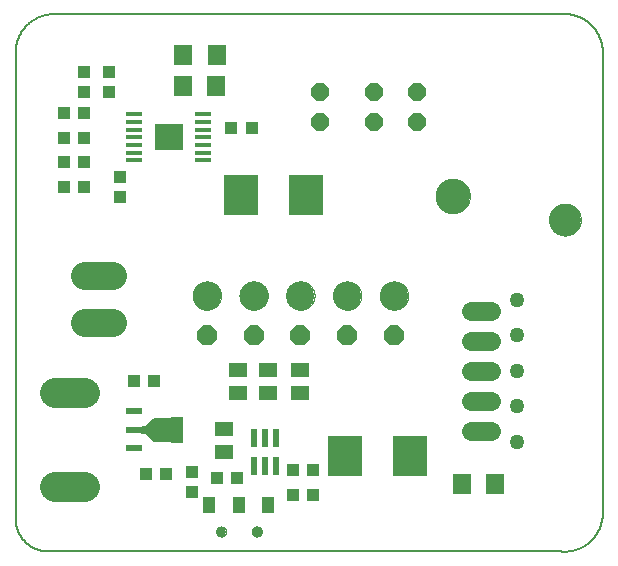
<source format=gts>
G75*
%MOIN*%
%OFA0B0*%
%FSLAX25Y25*%
%IPPOS*%
%LPD*%
%AMOC8*
5,1,8,0,0,1.08239X$1,22.5*
%
%ADD10C,0.00600*%
%ADD11C,0.00000*%
%ADD12C,0.11417*%
%ADD13C,0.10630*%
%ADD14OC8,0.06600*%
%ADD15C,0.09449*%
%ADD16R,0.03937X0.04331*%
%ADD17R,0.05906X0.05118*%
%ADD18R,0.06299X0.07087*%
%ADD19R,0.04331X0.03937*%
%ADD20R,0.05753X0.01381*%
%ADD21R,0.09685X0.09094*%
%ADD22C,0.05000*%
%ADD23R,0.11811X0.13780*%
%ADD24OC8,0.06000*%
%ADD25C,0.10000*%
%ADD26C,0.09449*%
%ADD27R,0.05500X0.01900*%
%ADD28R,0.05500X0.02200*%
%ADD29R,0.04200X0.08600*%
%ADD30R,0.02200X0.06200*%
%ADD31C,0.06496*%
%ADD32R,0.03937X0.05512*%
%ADD33C,0.03346*%
D10*
X0024241Y0016761D02*
X0195894Y0016761D01*
X0209674Y0028572D02*
X0209674Y0184083D01*
X0209646Y0184397D01*
X0209610Y0184710D01*
X0209567Y0185022D01*
X0209516Y0185333D01*
X0209457Y0185642D01*
X0209391Y0185950D01*
X0209318Y0186256D01*
X0209236Y0186561D01*
X0209148Y0186863D01*
X0209052Y0187163D01*
X0208948Y0187460D01*
X0208838Y0187755D01*
X0208720Y0188047D01*
X0208595Y0188336D01*
X0208463Y0188622D01*
X0208324Y0188905D01*
X0208178Y0189184D01*
X0208025Y0189459D01*
X0207865Y0189731D01*
X0207699Y0189999D01*
X0207527Y0190262D01*
X0207348Y0190521D01*
X0207163Y0190776D01*
X0206971Y0191026D01*
X0206773Y0191271D01*
X0206570Y0191512D01*
X0206361Y0191747D01*
X0206145Y0191977D01*
X0205925Y0192202D01*
X0205699Y0192421D01*
X0205467Y0192635D01*
X0205231Y0192843D01*
X0204989Y0193045D01*
X0204742Y0193241D01*
X0204491Y0193431D01*
X0204235Y0193614D01*
X0203975Y0193792D01*
X0203711Y0193963D01*
X0203442Y0194127D01*
X0203169Y0194285D01*
X0202893Y0194436D01*
X0202613Y0194580D01*
X0202329Y0194717D01*
X0202043Y0194847D01*
X0201753Y0194971D01*
X0201460Y0195087D01*
X0201164Y0195195D01*
X0200866Y0195297D01*
X0200566Y0195391D01*
X0200263Y0195478D01*
X0199958Y0195557D01*
X0199651Y0195629D01*
X0199343Y0195693D01*
X0199033Y0195750D01*
X0198722Y0195799D01*
X0198410Y0195840D01*
X0198097Y0195874D01*
X0197783Y0195900D01*
X0197468Y0195918D01*
X0197154Y0195929D01*
X0196839Y0195932D01*
X0196524Y0195927D01*
X0196209Y0195915D01*
X0195895Y0195894D01*
X0195894Y0195894D02*
X0027784Y0195894D01*
X0027475Y0195914D01*
X0027165Y0195927D01*
X0026855Y0195932D01*
X0026545Y0195929D01*
X0026235Y0195920D01*
X0025925Y0195902D01*
X0025616Y0195877D01*
X0025308Y0195845D01*
X0025000Y0195805D01*
X0024694Y0195758D01*
X0024388Y0195703D01*
X0024084Y0195641D01*
X0023782Y0195572D01*
X0023482Y0195496D01*
X0023183Y0195412D01*
X0022887Y0195321D01*
X0022592Y0195223D01*
X0022301Y0195117D01*
X0022012Y0195005D01*
X0021725Y0194886D01*
X0021442Y0194760D01*
X0021162Y0194627D01*
X0020885Y0194487D01*
X0020611Y0194341D01*
X0020342Y0194188D01*
X0020075Y0194029D01*
X0019813Y0193863D01*
X0019555Y0193691D01*
X0019301Y0193513D01*
X0019052Y0193329D01*
X0018807Y0193139D01*
X0018567Y0192943D01*
X0018331Y0192741D01*
X0018101Y0192533D01*
X0017875Y0192321D01*
X0017655Y0192102D01*
X0017440Y0191879D01*
X0017231Y0191650D01*
X0017027Y0191416D01*
X0016829Y0191178D01*
X0016637Y0190934D01*
X0016450Y0190686D01*
X0016270Y0190434D01*
X0016096Y0190177D01*
X0015928Y0189917D01*
X0015766Y0189652D01*
X0015611Y0189383D01*
X0015463Y0189111D01*
X0015321Y0188836D01*
X0015185Y0188557D01*
X0015057Y0188274D01*
X0014935Y0187989D01*
X0014820Y0187701D01*
X0014713Y0187410D01*
X0014612Y0187117D01*
X0014519Y0186821D01*
X0014432Y0186523D01*
X0014353Y0186223D01*
X0014281Y0185922D01*
X0014217Y0185618D01*
X0014160Y0185314D01*
X0014110Y0185007D01*
X0014067Y0184700D01*
X0014032Y0184392D01*
X0014005Y0184083D01*
X0014005Y0028572D01*
X0014004Y0028571D02*
X0013988Y0028305D01*
X0013979Y0028038D01*
X0013976Y0027771D01*
X0013980Y0027504D01*
X0013990Y0027237D01*
X0014006Y0026970D01*
X0014029Y0026704D01*
X0014058Y0026439D01*
X0014094Y0026174D01*
X0014136Y0025910D01*
X0014184Y0025648D01*
X0014239Y0025386D01*
X0014300Y0025126D01*
X0014368Y0024868D01*
X0014441Y0024611D01*
X0014521Y0024356D01*
X0014607Y0024103D01*
X0014699Y0023853D01*
X0014797Y0023604D01*
X0014901Y0023358D01*
X0015011Y0023115D01*
X0015127Y0022874D01*
X0015248Y0022636D01*
X0015375Y0022401D01*
X0015508Y0022170D01*
X0015647Y0021941D01*
X0015791Y0021716D01*
X0015940Y0021495D01*
X0016094Y0021277D01*
X0016254Y0021063D01*
X0016419Y0020853D01*
X0016589Y0020647D01*
X0016764Y0020445D01*
X0016944Y0020248D01*
X0017128Y0020055D01*
X0017317Y0019866D01*
X0017511Y0019682D01*
X0017709Y0019503D01*
X0017911Y0019328D01*
X0018118Y0019159D01*
X0018328Y0018994D01*
X0018542Y0018835D01*
X0018761Y0018681D01*
X0018982Y0018532D01*
X0019208Y0018389D01*
X0019436Y0018251D01*
X0019668Y0018119D01*
X0019904Y0017992D01*
X0020142Y0017871D01*
X0020383Y0017756D01*
X0020626Y0017646D01*
X0020873Y0017543D01*
X0021121Y0017446D01*
X0021372Y0017354D01*
X0021625Y0017269D01*
X0021880Y0017190D01*
X0022137Y0017117D01*
X0022396Y0017050D01*
X0022656Y0016990D01*
X0022918Y0016935D01*
X0023180Y0016888D01*
X0023444Y0016846D01*
X0023709Y0016811D01*
X0023974Y0016782D01*
X0024241Y0016760D01*
X0060049Y0053712D02*
X0057549Y0056212D01*
X0056149Y0056212D01*
X0056149Y0058412D01*
X0057549Y0058412D01*
X0060049Y0060912D01*
X0068949Y0060912D01*
X0068949Y0053712D01*
X0060049Y0053712D01*
X0059483Y0054278D02*
X0068949Y0054278D01*
X0068949Y0054876D02*
X0058884Y0054876D01*
X0058286Y0055475D02*
X0068949Y0055475D01*
X0068949Y0056073D02*
X0057687Y0056073D01*
X0056149Y0056672D02*
X0068949Y0056672D01*
X0068949Y0057271D02*
X0056149Y0057271D01*
X0056149Y0057869D02*
X0068949Y0057869D01*
X0068949Y0058468D02*
X0057605Y0058468D01*
X0058203Y0059066D02*
X0068949Y0059066D01*
X0068949Y0059665D02*
X0058802Y0059665D01*
X0059400Y0060263D02*
X0068949Y0060263D01*
X0068949Y0060862D02*
X0059999Y0060862D01*
X0195895Y0016761D02*
X0196204Y0016741D01*
X0196514Y0016728D01*
X0196824Y0016723D01*
X0197134Y0016726D01*
X0197444Y0016735D01*
X0197754Y0016753D01*
X0198063Y0016778D01*
X0198371Y0016810D01*
X0198679Y0016850D01*
X0198985Y0016897D01*
X0199291Y0016952D01*
X0199595Y0017014D01*
X0199897Y0017083D01*
X0200197Y0017159D01*
X0200496Y0017243D01*
X0200792Y0017334D01*
X0201087Y0017432D01*
X0201378Y0017538D01*
X0201667Y0017650D01*
X0201954Y0017769D01*
X0202237Y0017895D01*
X0202517Y0018028D01*
X0202794Y0018168D01*
X0203068Y0018314D01*
X0203337Y0018467D01*
X0203604Y0018626D01*
X0203866Y0018792D01*
X0204124Y0018964D01*
X0204378Y0019142D01*
X0204627Y0019326D01*
X0204872Y0019516D01*
X0205112Y0019712D01*
X0205348Y0019914D01*
X0205578Y0020122D01*
X0205804Y0020334D01*
X0206024Y0020553D01*
X0206239Y0020776D01*
X0206448Y0021005D01*
X0206652Y0021239D01*
X0206850Y0021477D01*
X0207042Y0021721D01*
X0207229Y0021969D01*
X0207409Y0022221D01*
X0207583Y0022478D01*
X0207751Y0022738D01*
X0207913Y0023003D01*
X0208068Y0023272D01*
X0208216Y0023544D01*
X0208358Y0023819D01*
X0208494Y0024098D01*
X0208622Y0024381D01*
X0208744Y0024666D01*
X0208859Y0024954D01*
X0208966Y0025245D01*
X0209067Y0025538D01*
X0209160Y0025834D01*
X0209247Y0026132D01*
X0209326Y0026432D01*
X0209398Y0026733D01*
X0209462Y0027037D01*
X0209519Y0027341D01*
X0209569Y0027648D01*
X0209612Y0027955D01*
X0209647Y0028263D01*
X0209674Y0028572D01*
D11*
X0135363Y0102056D02*
X0135365Y0102193D01*
X0135371Y0102331D01*
X0135381Y0102468D01*
X0135395Y0102604D01*
X0135413Y0102741D01*
X0135435Y0102876D01*
X0135461Y0103011D01*
X0135490Y0103145D01*
X0135524Y0103279D01*
X0135561Y0103411D01*
X0135603Y0103542D01*
X0135648Y0103672D01*
X0135697Y0103800D01*
X0135749Y0103927D01*
X0135806Y0104052D01*
X0135865Y0104176D01*
X0135929Y0104298D01*
X0135996Y0104418D01*
X0136066Y0104536D01*
X0136140Y0104652D01*
X0136217Y0104766D01*
X0136298Y0104877D01*
X0136381Y0104986D01*
X0136468Y0105093D01*
X0136558Y0105196D01*
X0136651Y0105298D01*
X0136747Y0105396D01*
X0136845Y0105492D01*
X0136947Y0105585D01*
X0137050Y0105675D01*
X0137157Y0105762D01*
X0137266Y0105845D01*
X0137377Y0105926D01*
X0137491Y0106003D01*
X0137607Y0106077D01*
X0137725Y0106147D01*
X0137845Y0106214D01*
X0137967Y0106278D01*
X0138091Y0106337D01*
X0138216Y0106394D01*
X0138343Y0106446D01*
X0138471Y0106495D01*
X0138601Y0106540D01*
X0138732Y0106582D01*
X0138864Y0106619D01*
X0138998Y0106653D01*
X0139132Y0106682D01*
X0139267Y0106708D01*
X0139402Y0106730D01*
X0139539Y0106748D01*
X0139675Y0106762D01*
X0139812Y0106772D01*
X0139950Y0106778D01*
X0140087Y0106780D01*
X0140224Y0106778D01*
X0140362Y0106772D01*
X0140499Y0106762D01*
X0140635Y0106748D01*
X0140772Y0106730D01*
X0140907Y0106708D01*
X0141042Y0106682D01*
X0141176Y0106653D01*
X0141310Y0106619D01*
X0141442Y0106582D01*
X0141573Y0106540D01*
X0141703Y0106495D01*
X0141831Y0106446D01*
X0141958Y0106394D01*
X0142083Y0106337D01*
X0142207Y0106278D01*
X0142329Y0106214D01*
X0142449Y0106147D01*
X0142567Y0106077D01*
X0142683Y0106003D01*
X0142797Y0105926D01*
X0142908Y0105845D01*
X0143017Y0105762D01*
X0143124Y0105675D01*
X0143227Y0105585D01*
X0143329Y0105492D01*
X0143427Y0105396D01*
X0143523Y0105298D01*
X0143616Y0105196D01*
X0143706Y0105093D01*
X0143793Y0104986D01*
X0143876Y0104877D01*
X0143957Y0104766D01*
X0144034Y0104652D01*
X0144108Y0104536D01*
X0144178Y0104418D01*
X0144245Y0104298D01*
X0144309Y0104176D01*
X0144368Y0104052D01*
X0144425Y0103927D01*
X0144477Y0103800D01*
X0144526Y0103672D01*
X0144571Y0103542D01*
X0144613Y0103411D01*
X0144650Y0103279D01*
X0144684Y0103145D01*
X0144713Y0103011D01*
X0144739Y0102876D01*
X0144761Y0102741D01*
X0144779Y0102604D01*
X0144793Y0102468D01*
X0144803Y0102331D01*
X0144809Y0102193D01*
X0144811Y0102056D01*
X0144809Y0101919D01*
X0144803Y0101781D01*
X0144793Y0101644D01*
X0144779Y0101508D01*
X0144761Y0101371D01*
X0144739Y0101236D01*
X0144713Y0101101D01*
X0144684Y0100967D01*
X0144650Y0100833D01*
X0144613Y0100701D01*
X0144571Y0100570D01*
X0144526Y0100440D01*
X0144477Y0100312D01*
X0144425Y0100185D01*
X0144368Y0100060D01*
X0144309Y0099936D01*
X0144245Y0099814D01*
X0144178Y0099694D01*
X0144108Y0099576D01*
X0144034Y0099460D01*
X0143957Y0099346D01*
X0143876Y0099235D01*
X0143793Y0099126D01*
X0143706Y0099019D01*
X0143616Y0098916D01*
X0143523Y0098814D01*
X0143427Y0098716D01*
X0143329Y0098620D01*
X0143227Y0098527D01*
X0143124Y0098437D01*
X0143017Y0098350D01*
X0142908Y0098267D01*
X0142797Y0098186D01*
X0142683Y0098109D01*
X0142567Y0098035D01*
X0142449Y0097965D01*
X0142329Y0097898D01*
X0142207Y0097834D01*
X0142083Y0097775D01*
X0141958Y0097718D01*
X0141831Y0097666D01*
X0141703Y0097617D01*
X0141573Y0097572D01*
X0141442Y0097530D01*
X0141310Y0097493D01*
X0141176Y0097459D01*
X0141042Y0097430D01*
X0140907Y0097404D01*
X0140772Y0097382D01*
X0140635Y0097364D01*
X0140499Y0097350D01*
X0140362Y0097340D01*
X0140224Y0097334D01*
X0140087Y0097332D01*
X0139950Y0097334D01*
X0139812Y0097340D01*
X0139675Y0097350D01*
X0139539Y0097364D01*
X0139402Y0097382D01*
X0139267Y0097404D01*
X0139132Y0097430D01*
X0138998Y0097459D01*
X0138864Y0097493D01*
X0138732Y0097530D01*
X0138601Y0097572D01*
X0138471Y0097617D01*
X0138343Y0097666D01*
X0138216Y0097718D01*
X0138091Y0097775D01*
X0137967Y0097834D01*
X0137845Y0097898D01*
X0137725Y0097965D01*
X0137607Y0098035D01*
X0137491Y0098109D01*
X0137377Y0098186D01*
X0137266Y0098267D01*
X0137157Y0098350D01*
X0137050Y0098437D01*
X0136947Y0098527D01*
X0136845Y0098620D01*
X0136747Y0098716D01*
X0136651Y0098814D01*
X0136558Y0098916D01*
X0136468Y0099019D01*
X0136381Y0099126D01*
X0136298Y0099235D01*
X0136217Y0099346D01*
X0136140Y0099460D01*
X0136066Y0099576D01*
X0135996Y0099694D01*
X0135929Y0099814D01*
X0135865Y0099936D01*
X0135806Y0100060D01*
X0135749Y0100185D01*
X0135697Y0100312D01*
X0135648Y0100440D01*
X0135603Y0100570D01*
X0135561Y0100701D01*
X0135524Y0100833D01*
X0135490Y0100967D01*
X0135461Y0101101D01*
X0135435Y0101236D01*
X0135413Y0101371D01*
X0135395Y0101508D01*
X0135381Y0101644D01*
X0135371Y0101781D01*
X0135365Y0101919D01*
X0135363Y0102056D01*
X0119773Y0102056D02*
X0119775Y0102193D01*
X0119781Y0102331D01*
X0119791Y0102468D01*
X0119805Y0102604D01*
X0119823Y0102741D01*
X0119845Y0102876D01*
X0119871Y0103011D01*
X0119900Y0103145D01*
X0119934Y0103279D01*
X0119971Y0103411D01*
X0120013Y0103542D01*
X0120058Y0103672D01*
X0120107Y0103800D01*
X0120159Y0103927D01*
X0120216Y0104052D01*
X0120275Y0104176D01*
X0120339Y0104298D01*
X0120406Y0104418D01*
X0120476Y0104536D01*
X0120550Y0104652D01*
X0120627Y0104766D01*
X0120708Y0104877D01*
X0120791Y0104986D01*
X0120878Y0105093D01*
X0120968Y0105196D01*
X0121061Y0105298D01*
X0121157Y0105396D01*
X0121255Y0105492D01*
X0121357Y0105585D01*
X0121460Y0105675D01*
X0121567Y0105762D01*
X0121676Y0105845D01*
X0121787Y0105926D01*
X0121901Y0106003D01*
X0122017Y0106077D01*
X0122135Y0106147D01*
X0122255Y0106214D01*
X0122377Y0106278D01*
X0122501Y0106337D01*
X0122626Y0106394D01*
X0122753Y0106446D01*
X0122881Y0106495D01*
X0123011Y0106540D01*
X0123142Y0106582D01*
X0123274Y0106619D01*
X0123408Y0106653D01*
X0123542Y0106682D01*
X0123677Y0106708D01*
X0123812Y0106730D01*
X0123949Y0106748D01*
X0124085Y0106762D01*
X0124222Y0106772D01*
X0124360Y0106778D01*
X0124497Y0106780D01*
X0124634Y0106778D01*
X0124772Y0106772D01*
X0124909Y0106762D01*
X0125045Y0106748D01*
X0125182Y0106730D01*
X0125317Y0106708D01*
X0125452Y0106682D01*
X0125586Y0106653D01*
X0125720Y0106619D01*
X0125852Y0106582D01*
X0125983Y0106540D01*
X0126113Y0106495D01*
X0126241Y0106446D01*
X0126368Y0106394D01*
X0126493Y0106337D01*
X0126617Y0106278D01*
X0126739Y0106214D01*
X0126859Y0106147D01*
X0126977Y0106077D01*
X0127093Y0106003D01*
X0127207Y0105926D01*
X0127318Y0105845D01*
X0127427Y0105762D01*
X0127534Y0105675D01*
X0127637Y0105585D01*
X0127739Y0105492D01*
X0127837Y0105396D01*
X0127933Y0105298D01*
X0128026Y0105196D01*
X0128116Y0105093D01*
X0128203Y0104986D01*
X0128286Y0104877D01*
X0128367Y0104766D01*
X0128444Y0104652D01*
X0128518Y0104536D01*
X0128588Y0104418D01*
X0128655Y0104298D01*
X0128719Y0104176D01*
X0128778Y0104052D01*
X0128835Y0103927D01*
X0128887Y0103800D01*
X0128936Y0103672D01*
X0128981Y0103542D01*
X0129023Y0103411D01*
X0129060Y0103279D01*
X0129094Y0103145D01*
X0129123Y0103011D01*
X0129149Y0102876D01*
X0129171Y0102741D01*
X0129189Y0102604D01*
X0129203Y0102468D01*
X0129213Y0102331D01*
X0129219Y0102193D01*
X0129221Y0102056D01*
X0129219Y0101919D01*
X0129213Y0101781D01*
X0129203Y0101644D01*
X0129189Y0101508D01*
X0129171Y0101371D01*
X0129149Y0101236D01*
X0129123Y0101101D01*
X0129094Y0100967D01*
X0129060Y0100833D01*
X0129023Y0100701D01*
X0128981Y0100570D01*
X0128936Y0100440D01*
X0128887Y0100312D01*
X0128835Y0100185D01*
X0128778Y0100060D01*
X0128719Y0099936D01*
X0128655Y0099814D01*
X0128588Y0099694D01*
X0128518Y0099576D01*
X0128444Y0099460D01*
X0128367Y0099346D01*
X0128286Y0099235D01*
X0128203Y0099126D01*
X0128116Y0099019D01*
X0128026Y0098916D01*
X0127933Y0098814D01*
X0127837Y0098716D01*
X0127739Y0098620D01*
X0127637Y0098527D01*
X0127534Y0098437D01*
X0127427Y0098350D01*
X0127318Y0098267D01*
X0127207Y0098186D01*
X0127093Y0098109D01*
X0126977Y0098035D01*
X0126859Y0097965D01*
X0126739Y0097898D01*
X0126617Y0097834D01*
X0126493Y0097775D01*
X0126368Y0097718D01*
X0126241Y0097666D01*
X0126113Y0097617D01*
X0125983Y0097572D01*
X0125852Y0097530D01*
X0125720Y0097493D01*
X0125586Y0097459D01*
X0125452Y0097430D01*
X0125317Y0097404D01*
X0125182Y0097382D01*
X0125045Y0097364D01*
X0124909Y0097350D01*
X0124772Y0097340D01*
X0124634Y0097334D01*
X0124497Y0097332D01*
X0124360Y0097334D01*
X0124222Y0097340D01*
X0124085Y0097350D01*
X0123949Y0097364D01*
X0123812Y0097382D01*
X0123677Y0097404D01*
X0123542Y0097430D01*
X0123408Y0097459D01*
X0123274Y0097493D01*
X0123142Y0097530D01*
X0123011Y0097572D01*
X0122881Y0097617D01*
X0122753Y0097666D01*
X0122626Y0097718D01*
X0122501Y0097775D01*
X0122377Y0097834D01*
X0122255Y0097898D01*
X0122135Y0097965D01*
X0122017Y0098035D01*
X0121901Y0098109D01*
X0121787Y0098186D01*
X0121676Y0098267D01*
X0121567Y0098350D01*
X0121460Y0098437D01*
X0121357Y0098527D01*
X0121255Y0098620D01*
X0121157Y0098716D01*
X0121061Y0098814D01*
X0120968Y0098916D01*
X0120878Y0099019D01*
X0120791Y0099126D01*
X0120708Y0099235D01*
X0120627Y0099346D01*
X0120550Y0099460D01*
X0120476Y0099576D01*
X0120406Y0099694D01*
X0120339Y0099814D01*
X0120275Y0099936D01*
X0120216Y0100060D01*
X0120159Y0100185D01*
X0120107Y0100312D01*
X0120058Y0100440D01*
X0120013Y0100570D01*
X0119971Y0100701D01*
X0119934Y0100833D01*
X0119900Y0100967D01*
X0119871Y0101101D01*
X0119845Y0101236D01*
X0119823Y0101371D01*
X0119805Y0101508D01*
X0119791Y0101644D01*
X0119781Y0101781D01*
X0119775Y0101919D01*
X0119773Y0102056D01*
X0104182Y0102056D02*
X0104184Y0102193D01*
X0104190Y0102331D01*
X0104200Y0102468D01*
X0104214Y0102604D01*
X0104232Y0102741D01*
X0104254Y0102876D01*
X0104280Y0103011D01*
X0104309Y0103145D01*
X0104343Y0103279D01*
X0104380Y0103411D01*
X0104422Y0103542D01*
X0104467Y0103672D01*
X0104516Y0103800D01*
X0104568Y0103927D01*
X0104625Y0104052D01*
X0104684Y0104176D01*
X0104748Y0104298D01*
X0104815Y0104418D01*
X0104885Y0104536D01*
X0104959Y0104652D01*
X0105036Y0104766D01*
X0105117Y0104877D01*
X0105200Y0104986D01*
X0105287Y0105093D01*
X0105377Y0105196D01*
X0105470Y0105298D01*
X0105566Y0105396D01*
X0105664Y0105492D01*
X0105766Y0105585D01*
X0105869Y0105675D01*
X0105976Y0105762D01*
X0106085Y0105845D01*
X0106196Y0105926D01*
X0106310Y0106003D01*
X0106426Y0106077D01*
X0106544Y0106147D01*
X0106664Y0106214D01*
X0106786Y0106278D01*
X0106910Y0106337D01*
X0107035Y0106394D01*
X0107162Y0106446D01*
X0107290Y0106495D01*
X0107420Y0106540D01*
X0107551Y0106582D01*
X0107683Y0106619D01*
X0107817Y0106653D01*
X0107951Y0106682D01*
X0108086Y0106708D01*
X0108221Y0106730D01*
X0108358Y0106748D01*
X0108494Y0106762D01*
X0108631Y0106772D01*
X0108769Y0106778D01*
X0108906Y0106780D01*
X0109043Y0106778D01*
X0109181Y0106772D01*
X0109318Y0106762D01*
X0109454Y0106748D01*
X0109591Y0106730D01*
X0109726Y0106708D01*
X0109861Y0106682D01*
X0109995Y0106653D01*
X0110129Y0106619D01*
X0110261Y0106582D01*
X0110392Y0106540D01*
X0110522Y0106495D01*
X0110650Y0106446D01*
X0110777Y0106394D01*
X0110902Y0106337D01*
X0111026Y0106278D01*
X0111148Y0106214D01*
X0111268Y0106147D01*
X0111386Y0106077D01*
X0111502Y0106003D01*
X0111616Y0105926D01*
X0111727Y0105845D01*
X0111836Y0105762D01*
X0111943Y0105675D01*
X0112046Y0105585D01*
X0112148Y0105492D01*
X0112246Y0105396D01*
X0112342Y0105298D01*
X0112435Y0105196D01*
X0112525Y0105093D01*
X0112612Y0104986D01*
X0112695Y0104877D01*
X0112776Y0104766D01*
X0112853Y0104652D01*
X0112927Y0104536D01*
X0112997Y0104418D01*
X0113064Y0104298D01*
X0113128Y0104176D01*
X0113187Y0104052D01*
X0113244Y0103927D01*
X0113296Y0103800D01*
X0113345Y0103672D01*
X0113390Y0103542D01*
X0113432Y0103411D01*
X0113469Y0103279D01*
X0113503Y0103145D01*
X0113532Y0103011D01*
X0113558Y0102876D01*
X0113580Y0102741D01*
X0113598Y0102604D01*
X0113612Y0102468D01*
X0113622Y0102331D01*
X0113628Y0102193D01*
X0113630Y0102056D01*
X0113628Y0101919D01*
X0113622Y0101781D01*
X0113612Y0101644D01*
X0113598Y0101508D01*
X0113580Y0101371D01*
X0113558Y0101236D01*
X0113532Y0101101D01*
X0113503Y0100967D01*
X0113469Y0100833D01*
X0113432Y0100701D01*
X0113390Y0100570D01*
X0113345Y0100440D01*
X0113296Y0100312D01*
X0113244Y0100185D01*
X0113187Y0100060D01*
X0113128Y0099936D01*
X0113064Y0099814D01*
X0112997Y0099694D01*
X0112927Y0099576D01*
X0112853Y0099460D01*
X0112776Y0099346D01*
X0112695Y0099235D01*
X0112612Y0099126D01*
X0112525Y0099019D01*
X0112435Y0098916D01*
X0112342Y0098814D01*
X0112246Y0098716D01*
X0112148Y0098620D01*
X0112046Y0098527D01*
X0111943Y0098437D01*
X0111836Y0098350D01*
X0111727Y0098267D01*
X0111616Y0098186D01*
X0111502Y0098109D01*
X0111386Y0098035D01*
X0111268Y0097965D01*
X0111148Y0097898D01*
X0111026Y0097834D01*
X0110902Y0097775D01*
X0110777Y0097718D01*
X0110650Y0097666D01*
X0110522Y0097617D01*
X0110392Y0097572D01*
X0110261Y0097530D01*
X0110129Y0097493D01*
X0109995Y0097459D01*
X0109861Y0097430D01*
X0109726Y0097404D01*
X0109591Y0097382D01*
X0109454Y0097364D01*
X0109318Y0097350D01*
X0109181Y0097340D01*
X0109043Y0097334D01*
X0108906Y0097332D01*
X0108769Y0097334D01*
X0108631Y0097340D01*
X0108494Y0097350D01*
X0108358Y0097364D01*
X0108221Y0097382D01*
X0108086Y0097404D01*
X0107951Y0097430D01*
X0107817Y0097459D01*
X0107683Y0097493D01*
X0107551Y0097530D01*
X0107420Y0097572D01*
X0107290Y0097617D01*
X0107162Y0097666D01*
X0107035Y0097718D01*
X0106910Y0097775D01*
X0106786Y0097834D01*
X0106664Y0097898D01*
X0106544Y0097965D01*
X0106426Y0098035D01*
X0106310Y0098109D01*
X0106196Y0098186D01*
X0106085Y0098267D01*
X0105976Y0098350D01*
X0105869Y0098437D01*
X0105766Y0098527D01*
X0105664Y0098620D01*
X0105566Y0098716D01*
X0105470Y0098814D01*
X0105377Y0098916D01*
X0105287Y0099019D01*
X0105200Y0099126D01*
X0105117Y0099235D01*
X0105036Y0099346D01*
X0104959Y0099460D01*
X0104885Y0099576D01*
X0104815Y0099694D01*
X0104748Y0099814D01*
X0104684Y0099936D01*
X0104625Y0100060D01*
X0104568Y0100185D01*
X0104516Y0100312D01*
X0104467Y0100440D01*
X0104422Y0100570D01*
X0104380Y0100701D01*
X0104343Y0100833D01*
X0104309Y0100967D01*
X0104280Y0101101D01*
X0104254Y0101236D01*
X0104232Y0101371D01*
X0104214Y0101508D01*
X0104200Y0101644D01*
X0104190Y0101781D01*
X0104184Y0101919D01*
X0104182Y0102056D01*
X0088592Y0102056D02*
X0088594Y0102193D01*
X0088600Y0102331D01*
X0088610Y0102468D01*
X0088624Y0102604D01*
X0088642Y0102741D01*
X0088664Y0102876D01*
X0088690Y0103011D01*
X0088719Y0103145D01*
X0088753Y0103279D01*
X0088790Y0103411D01*
X0088832Y0103542D01*
X0088877Y0103672D01*
X0088926Y0103800D01*
X0088978Y0103927D01*
X0089035Y0104052D01*
X0089094Y0104176D01*
X0089158Y0104298D01*
X0089225Y0104418D01*
X0089295Y0104536D01*
X0089369Y0104652D01*
X0089446Y0104766D01*
X0089527Y0104877D01*
X0089610Y0104986D01*
X0089697Y0105093D01*
X0089787Y0105196D01*
X0089880Y0105298D01*
X0089976Y0105396D01*
X0090074Y0105492D01*
X0090176Y0105585D01*
X0090279Y0105675D01*
X0090386Y0105762D01*
X0090495Y0105845D01*
X0090606Y0105926D01*
X0090720Y0106003D01*
X0090836Y0106077D01*
X0090954Y0106147D01*
X0091074Y0106214D01*
X0091196Y0106278D01*
X0091320Y0106337D01*
X0091445Y0106394D01*
X0091572Y0106446D01*
X0091700Y0106495D01*
X0091830Y0106540D01*
X0091961Y0106582D01*
X0092093Y0106619D01*
X0092227Y0106653D01*
X0092361Y0106682D01*
X0092496Y0106708D01*
X0092631Y0106730D01*
X0092768Y0106748D01*
X0092904Y0106762D01*
X0093041Y0106772D01*
X0093179Y0106778D01*
X0093316Y0106780D01*
X0093453Y0106778D01*
X0093591Y0106772D01*
X0093728Y0106762D01*
X0093864Y0106748D01*
X0094001Y0106730D01*
X0094136Y0106708D01*
X0094271Y0106682D01*
X0094405Y0106653D01*
X0094539Y0106619D01*
X0094671Y0106582D01*
X0094802Y0106540D01*
X0094932Y0106495D01*
X0095060Y0106446D01*
X0095187Y0106394D01*
X0095312Y0106337D01*
X0095436Y0106278D01*
X0095558Y0106214D01*
X0095678Y0106147D01*
X0095796Y0106077D01*
X0095912Y0106003D01*
X0096026Y0105926D01*
X0096137Y0105845D01*
X0096246Y0105762D01*
X0096353Y0105675D01*
X0096456Y0105585D01*
X0096558Y0105492D01*
X0096656Y0105396D01*
X0096752Y0105298D01*
X0096845Y0105196D01*
X0096935Y0105093D01*
X0097022Y0104986D01*
X0097105Y0104877D01*
X0097186Y0104766D01*
X0097263Y0104652D01*
X0097337Y0104536D01*
X0097407Y0104418D01*
X0097474Y0104298D01*
X0097538Y0104176D01*
X0097597Y0104052D01*
X0097654Y0103927D01*
X0097706Y0103800D01*
X0097755Y0103672D01*
X0097800Y0103542D01*
X0097842Y0103411D01*
X0097879Y0103279D01*
X0097913Y0103145D01*
X0097942Y0103011D01*
X0097968Y0102876D01*
X0097990Y0102741D01*
X0098008Y0102604D01*
X0098022Y0102468D01*
X0098032Y0102331D01*
X0098038Y0102193D01*
X0098040Y0102056D01*
X0098038Y0101919D01*
X0098032Y0101781D01*
X0098022Y0101644D01*
X0098008Y0101508D01*
X0097990Y0101371D01*
X0097968Y0101236D01*
X0097942Y0101101D01*
X0097913Y0100967D01*
X0097879Y0100833D01*
X0097842Y0100701D01*
X0097800Y0100570D01*
X0097755Y0100440D01*
X0097706Y0100312D01*
X0097654Y0100185D01*
X0097597Y0100060D01*
X0097538Y0099936D01*
X0097474Y0099814D01*
X0097407Y0099694D01*
X0097337Y0099576D01*
X0097263Y0099460D01*
X0097186Y0099346D01*
X0097105Y0099235D01*
X0097022Y0099126D01*
X0096935Y0099019D01*
X0096845Y0098916D01*
X0096752Y0098814D01*
X0096656Y0098716D01*
X0096558Y0098620D01*
X0096456Y0098527D01*
X0096353Y0098437D01*
X0096246Y0098350D01*
X0096137Y0098267D01*
X0096026Y0098186D01*
X0095912Y0098109D01*
X0095796Y0098035D01*
X0095678Y0097965D01*
X0095558Y0097898D01*
X0095436Y0097834D01*
X0095312Y0097775D01*
X0095187Y0097718D01*
X0095060Y0097666D01*
X0094932Y0097617D01*
X0094802Y0097572D01*
X0094671Y0097530D01*
X0094539Y0097493D01*
X0094405Y0097459D01*
X0094271Y0097430D01*
X0094136Y0097404D01*
X0094001Y0097382D01*
X0093864Y0097364D01*
X0093728Y0097350D01*
X0093591Y0097340D01*
X0093453Y0097334D01*
X0093316Y0097332D01*
X0093179Y0097334D01*
X0093041Y0097340D01*
X0092904Y0097350D01*
X0092768Y0097364D01*
X0092631Y0097382D01*
X0092496Y0097404D01*
X0092361Y0097430D01*
X0092227Y0097459D01*
X0092093Y0097493D01*
X0091961Y0097530D01*
X0091830Y0097572D01*
X0091700Y0097617D01*
X0091572Y0097666D01*
X0091445Y0097718D01*
X0091320Y0097775D01*
X0091196Y0097834D01*
X0091074Y0097898D01*
X0090954Y0097965D01*
X0090836Y0098035D01*
X0090720Y0098109D01*
X0090606Y0098186D01*
X0090495Y0098267D01*
X0090386Y0098350D01*
X0090279Y0098437D01*
X0090176Y0098527D01*
X0090074Y0098620D01*
X0089976Y0098716D01*
X0089880Y0098814D01*
X0089787Y0098916D01*
X0089697Y0099019D01*
X0089610Y0099126D01*
X0089527Y0099235D01*
X0089446Y0099346D01*
X0089369Y0099460D01*
X0089295Y0099576D01*
X0089225Y0099694D01*
X0089158Y0099814D01*
X0089094Y0099936D01*
X0089035Y0100060D01*
X0088978Y0100185D01*
X0088926Y0100312D01*
X0088877Y0100440D01*
X0088832Y0100570D01*
X0088790Y0100701D01*
X0088753Y0100833D01*
X0088719Y0100967D01*
X0088690Y0101101D01*
X0088664Y0101236D01*
X0088642Y0101371D01*
X0088624Y0101508D01*
X0088610Y0101644D01*
X0088600Y0101781D01*
X0088594Y0101919D01*
X0088592Y0102056D01*
X0073001Y0102056D02*
X0073003Y0102193D01*
X0073009Y0102331D01*
X0073019Y0102468D01*
X0073033Y0102604D01*
X0073051Y0102741D01*
X0073073Y0102876D01*
X0073099Y0103011D01*
X0073128Y0103145D01*
X0073162Y0103279D01*
X0073199Y0103411D01*
X0073241Y0103542D01*
X0073286Y0103672D01*
X0073335Y0103800D01*
X0073387Y0103927D01*
X0073444Y0104052D01*
X0073503Y0104176D01*
X0073567Y0104298D01*
X0073634Y0104418D01*
X0073704Y0104536D01*
X0073778Y0104652D01*
X0073855Y0104766D01*
X0073936Y0104877D01*
X0074019Y0104986D01*
X0074106Y0105093D01*
X0074196Y0105196D01*
X0074289Y0105298D01*
X0074385Y0105396D01*
X0074483Y0105492D01*
X0074585Y0105585D01*
X0074688Y0105675D01*
X0074795Y0105762D01*
X0074904Y0105845D01*
X0075015Y0105926D01*
X0075129Y0106003D01*
X0075245Y0106077D01*
X0075363Y0106147D01*
X0075483Y0106214D01*
X0075605Y0106278D01*
X0075729Y0106337D01*
X0075854Y0106394D01*
X0075981Y0106446D01*
X0076109Y0106495D01*
X0076239Y0106540D01*
X0076370Y0106582D01*
X0076502Y0106619D01*
X0076636Y0106653D01*
X0076770Y0106682D01*
X0076905Y0106708D01*
X0077040Y0106730D01*
X0077177Y0106748D01*
X0077313Y0106762D01*
X0077450Y0106772D01*
X0077588Y0106778D01*
X0077725Y0106780D01*
X0077862Y0106778D01*
X0078000Y0106772D01*
X0078137Y0106762D01*
X0078273Y0106748D01*
X0078410Y0106730D01*
X0078545Y0106708D01*
X0078680Y0106682D01*
X0078814Y0106653D01*
X0078948Y0106619D01*
X0079080Y0106582D01*
X0079211Y0106540D01*
X0079341Y0106495D01*
X0079469Y0106446D01*
X0079596Y0106394D01*
X0079721Y0106337D01*
X0079845Y0106278D01*
X0079967Y0106214D01*
X0080087Y0106147D01*
X0080205Y0106077D01*
X0080321Y0106003D01*
X0080435Y0105926D01*
X0080546Y0105845D01*
X0080655Y0105762D01*
X0080762Y0105675D01*
X0080865Y0105585D01*
X0080967Y0105492D01*
X0081065Y0105396D01*
X0081161Y0105298D01*
X0081254Y0105196D01*
X0081344Y0105093D01*
X0081431Y0104986D01*
X0081514Y0104877D01*
X0081595Y0104766D01*
X0081672Y0104652D01*
X0081746Y0104536D01*
X0081816Y0104418D01*
X0081883Y0104298D01*
X0081947Y0104176D01*
X0082006Y0104052D01*
X0082063Y0103927D01*
X0082115Y0103800D01*
X0082164Y0103672D01*
X0082209Y0103542D01*
X0082251Y0103411D01*
X0082288Y0103279D01*
X0082322Y0103145D01*
X0082351Y0103011D01*
X0082377Y0102876D01*
X0082399Y0102741D01*
X0082417Y0102604D01*
X0082431Y0102468D01*
X0082441Y0102331D01*
X0082447Y0102193D01*
X0082449Y0102056D01*
X0082447Y0101919D01*
X0082441Y0101781D01*
X0082431Y0101644D01*
X0082417Y0101508D01*
X0082399Y0101371D01*
X0082377Y0101236D01*
X0082351Y0101101D01*
X0082322Y0100967D01*
X0082288Y0100833D01*
X0082251Y0100701D01*
X0082209Y0100570D01*
X0082164Y0100440D01*
X0082115Y0100312D01*
X0082063Y0100185D01*
X0082006Y0100060D01*
X0081947Y0099936D01*
X0081883Y0099814D01*
X0081816Y0099694D01*
X0081746Y0099576D01*
X0081672Y0099460D01*
X0081595Y0099346D01*
X0081514Y0099235D01*
X0081431Y0099126D01*
X0081344Y0099019D01*
X0081254Y0098916D01*
X0081161Y0098814D01*
X0081065Y0098716D01*
X0080967Y0098620D01*
X0080865Y0098527D01*
X0080762Y0098437D01*
X0080655Y0098350D01*
X0080546Y0098267D01*
X0080435Y0098186D01*
X0080321Y0098109D01*
X0080205Y0098035D01*
X0080087Y0097965D01*
X0079967Y0097898D01*
X0079845Y0097834D01*
X0079721Y0097775D01*
X0079596Y0097718D01*
X0079469Y0097666D01*
X0079341Y0097617D01*
X0079211Y0097572D01*
X0079080Y0097530D01*
X0078948Y0097493D01*
X0078814Y0097459D01*
X0078680Y0097430D01*
X0078545Y0097404D01*
X0078410Y0097382D01*
X0078273Y0097364D01*
X0078137Y0097350D01*
X0078000Y0097340D01*
X0077862Y0097334D01*
X0077725Y0097332D01*
X0077588Y0097334D01*
X0077450Y0097340D01*
X0077313Y0097350D01*
X0077177Y0097364D01*
X0077040Y0097382D01*
X0076905Y0097404D01*
X0076770Y0097430D01*
X0076636Y0097459D01*
X0076502Y0097493D01*
X0076370Y0097530D01*
X0076239Y0097572D01*
X0076109Y0097617D01*
X0075981Y0097666D01*
X0075854Y0097718D01*
X0075729Y0097775D01*
X0075605Y0097834D01*
X0075483Y0097898D01*
X0075363Y0097965D01*
X0075245Y0098035D01*
X0075129Y0098109D01*
X0075015Y0098186D01*
X0074904Y0098267D01*
X0074795Y0098350D01*
X0074688Y0098437D01*
X0074585Y0098527D01*
X0074483Y0098620D01*
X0074385Y0098716D01*
X0074289Y0098814D01*
X0074196Y0098916D01*
X0074106Y0099019D01*
X0074019Y0099126D01*
X0073936Y0099235D01*
X0073855Y0099346D01*
X0073778Y0099460D01*
X0073704Y0099576D01*
X0073634Y0099694D01*
X0073567Y0099814D01*
X0073503Y0099936D01*
X0073444Y0100060D01*
X0073387Y0100185D01*
X0073335Y0100312D01*
X0073286Y0100440D01*
X0073241Y0100570D01*
X0073199Y0100701D01*
X0073162Y0100833D01*
X0073128Y0100967D01*
X0073099Y0101101D01*
X0073073Y0101236D01*
X0073051Y0101371D01*
X0073033Y0101508D01*
X0073019Y0101644D01*
X0073009Y0101781D01*
X0073003Y0101919D01*
X0073001Y0102056D01*
X0080836Y0023422D02*
X0080838Y0023503D01*
X0080844Y0023585D01*
X0080854Y0023666D01*
X0080868Y0023746D01*
X0080885Y0023825D01*
X0080907Y0023904D01*
X0080932Y0023981D01*
X0080961Y0024058D01*
X0080994Y0024132D01*
X0081031Y0024205D01*
X0081070Y0024276D01*
X0081114Y0024345D01*
X0081160Y0024412D01*
X0081210Y0024476D01*
X0081263Y0024538D01*
X0081319Y0024598D01*
X0081377Y0024654D01*
X0081439Y0024708D01*
X0081503Y0024759D01*
X0081569Y0024806D01*
X0081637Y0024850D01*
X0081708Y0024891D01*
X0081780Y0024928D01*
X0081855Y0024962D01*
X0081930Y0024992D01*
X0082008Y0025018D01*
X0082086Y0025041D01*
X0082165Y0025059D01*
X0082245Y0025074D01*
X0082326Y0025085D01*
X0082407Y0025092D01*
X0082489Y0025095D01*
X0082570Y0025094D01*
X0082651Y0025089D01*
X0082732Y0025080D01*
X0082813Y0025067D01*
X0082893Y0025050D01*
X0082971Y0025030D01*
X0083049Y0025005D01*
X0083126Y0024977D01*
X0083201Y0024945D01*
X0083274Y0024910D01*
X0083345Y0024871D01*
X0083415Y0024828D01*
X0083482Y0024783D01*
X0083548Y0024734D01*
X0083610Y0024682D01*
X0083670Y0024626D01*
X0083727Y0024568D01*
X0083782Y0024508D01*
X0083833Y0024444D01*
X0083881Y0024379D01*
X0083926Y0024311D01*
X0083968Y0024241D01*
X0084006Y0024169D01*
X0084041Y0024095D01*
X0084072Y0024020D01*
X0084099Y0023943D01*
X0084122Y0023865D01*
X0084142Y0023786D01*
X0084158Y0023706D01*
X0084170Y0023625D01*
X0084178Y0023544D01*
X0084182Y0023463D01*
X0084182Y0023381D01*
X0084178Y0023300D01*
X0084170Y0023219D01*
X0084158Y0023138D01*
X0084142Y0023058D01*
X0084122Y0022979D01*
X0084099Y0022901D01*
X0084072Y0022824D01*
X0084041Y0022749D01*
X0084006Y0022675D01*
X0083968Y0022603D01*
X0083926Y0022533D01*
X0083881Y0022465D01*
X0083833Y0022400D01*
X0083782Y0022336D01*
X0083727Y0022276D01*
X0083670Y0022218D01*
X0083610Y0022162D01*
X0083548Y0022110D01*
X0083482Y0022061D01*
X0083415Y0022016D01*
X0083346Y0021973D01*
X0083274Y0021934D01*
X0083201Y0021899D01*
X0083126Y0021867D01*
X0083049Y0021839D01*
X0082971Y0021814D01*
X0082893Y0021794D01*
X0082813Y0021777D01*
X0082732Y0021764D01*
X0082651Y0021755D01*
X0082570Y0021750D01*
X0082489Y0021749D01*
X0082407Y0021752D01*
X0082326Y0021759D01*
X0082245Y0021770D01*
X0082165Y0021785D01*
X0082086Y0021803D01*
X0082008Y0021826D01*
X0081930Y0021852D01*
X0081855Y0021882D01*
X0081780Y0021916D01*
X0081708Y0021953D01*
X0081637Y0021994D01*
X0081569Y0022038D01*
X0081503Y0022085D01*
X0081439Y0022136D01*
X0081377Y0022190D01*
X0081319Y0022246D01*
X0081263Y0022306D01*
X0081210Y0022368D01*
X0081160Y0022432D01*
X0081114Y0022499D01*
X0081070Y0022568D01*
X0081031Y0022639D01*
X0080994Y0022712D01*
X0080961Y0022786D01*
X0080932Y0022863D01*
X0080907Y0022940D01*
X0080885Y0023019D01*
X0080868Y0023098D01*
X0080854Y0023178D01*
X0080844Y0023259D01*
X0080838Y0023341D01*
X0080836Y0023422D01*
X0092647Y0023422D02*
X0092649Y0023503D01*
X0092655Y0023585D01*
X0092665Y0023666D01*
X0092679Y0023746D01*
X0092696Y0023825D01*
X0092718Y0023904D01*
X0092743Y0023981D01*
X0092772Y0024058D01*
X0092805Y0024132D01*
X0092842Y0024205D01*
X0092881Y0024276D01*
X0092925Y0024345D01*
X0092971Y0024412D01*
X0093021Y0024476D01*
X0093074Y0024538D01*
X0093130Y0024598D01*
X0093188Y0024654D01*
X0093250Y0024708D01*
X0093314Y0024759D01*
X0093380Y0024806D01*
X0093448Y0024850D01*
X0093519Y0024891D01*
X0093591Y0024928D01*
X0093666Y0024962D01*
X0093741Y0024992D01*
X0093819Y0025018D01*
X0093897Y0025041D01*
X0093976Y0025059D01*
X0094056Y0025074D01*
X0094137Y0025085D01*
X0094218Y0025092D01*
X0094300Y0025095D01*
X0094381Y0025094D01*
X0094462Y0025089D01*
X0094543Y0025080D01*
X0094624Y0025067D01*
X0094704Y0025050D01*
X0094782Y0025030D01*
X0094860Y0025005D01*
X0094937Y0024977D01*
X0095012Y0024945D01*
X0095085Y0024910D01*
X0095156Y0024871D01*
X0095226Y0024828D01*
X0095293Y0024783D01*
X0095359Y0024734D01*
X0095421Y0024682D01*
X0095481Y0024626D01*
X0095538Y0024568D01*
X0095593Y0024508D01*
X0095644Y0024444D01*
X0095692Y0024379D01*
X0095737Y0024311D01*
X0095779Y0024241D01*
X0095817Y0024169D01*
X0095852Y0024095D01*
X0095883Y0024020D01*
X0095910Y0023943D01*
X0095933Y0023865D01*
X0095953Y0023786D01*
X0095969Y0023706D01*
X0095981Y0023625D01*
X0095989Y0023544D01*
X0095993Y0023463D01*
X0095993Y0023381D01*
X0095989Y0023300D01*
X0095981Y0023219D01*
X0095969Y0023138D01*
X0095953Y0023058D01*
X0095933Y0022979D01*
X0095910Y0022901D01*
X0095883Y0022824D01*
X0095852Y0022749D01*
X0095817Y0022675D01*
X0095779Y0022603D01*
X0095737Y0022533D01*
X0095692Y0022465D01*
X0095644Y0022400D01*
X0095593Y0022336D01*
X0095538Y0022276D01*
X0095481Y0022218D01*
X0095421Y0022162D01*
X0095359Y0022110D01*
X0095293Y0022061D01*
X0095226Y0022016D01*
X0095157Y0021973D01*
X0095085Y0021934D01*
X0095012Y0021899D01*
X0094937Y0021867D01*
X0094860Y0021839D01*
X0094782Y0021814D01*
X0094704Y0021794D01*
X0094624Y0021777D01*
X0094543Y0021764D01*
X0094462Y0021755D01*
X0094381Y0021750D01*
X0094300Y0021749D01*
X0094218Y0021752D01*
X0094137Y0021759D01*
X0094056Y0021770D01*
X0093976Y0021785D01*
X0093897Y0021803D01*
X0093819Y0021826D01*
X0093741Y0021852D01*
X0093666Y0021882D01*
X0093591Y0021916D01*
X0093519Y0021953D01*
X0093448Y0021994D01*
X0093380Y0022038D01*
X0093314Y0022085D01*
X0093250Y0022136D01*
X0093188Y0022190D01*
X0093130Y0022246D01*
X0093074Y0022306D01*
X0093021Y0022368D01*
X0092971Y0022432D01*
X0092925Y0022499D01*
X0092881Y0022568D01*
X0092842Y0022639D01*
X0092805Y0022712D01*
X0092772Y0022786D01*
X0092743Y0022863D01*
X0092718Y0022940D01*
X0092696Y0023019D01*
X0092679Y0023098D01*
X0092665Y0023178D01*
X0092655Y0023259D01*
X0092649Y0023341D01*
X0092647Y0023422D01*
X0191761Y0127391D02*
X0191763Y0127536D01*
X0191769Y0127681D01*
X0191779Y0127826D01*
X0191793Y0127971D01*
X0191811Y0128115D01*
X0191832Y0128258D01*
X0191858Y0128401D01*
X0191887Y0128543D01*
X0191921Y0128685D01*
X0191958Y0128825D01*
X0191999Y0128964D01*
X0192044Y0129102D01*
X0192093Y0129239D01*
X0192145Y0129375D01*
X0192201Y0129509D01*
X0192261Y0129641D01*
X0192324Y0129772D01*
X0192391Y0129900D01*
X0192461Y0130028D01*
X0192535Y0130153D01*
X0192612Y0130276D01*
X0192692Y0130396D01*
X0192776Y0130515D01*
X0192863Y0130631D01*
X0192953Y0130745D01*
X0193046Y0130857D01*
X0193142Y0130965D01*
X0193242Y0131071D01*
X0193343Y0131175D01*
X0193448Y0131275D01*
X0193556Y0131373D01*
X0193666Y0131468D01*
X0193778Y0131559D01*
X0193893Y0131648D01*
X0194011Y0131733D01*
X0194131Y0131815D01*
X0194253Y0131894D01*
X0194377Y0131970D01*
X0194503Y0132042D01*
X0194631Y0132110D01*
X0194761Y0132175D01*
X0194892Y0132237D01*
X0195025Y0132294D01*
X0195160Y0132349D01*
X0195296Y0132399D01*
X0195434Y0132446D01*
X0195572Y0132489D01*
X0195712Y0132528D01*
X0195853Y0132563D01*
X0195995Y0132595D01*
X0196137Y0132622D01*
X0196280Y0132646D01*
X0196424Y0132666D01*
X0196569Y0132682D01*
X0196713Y0132694D01*
X0196858Y0132702D01*
X0197003Y0132706D01*
X0197149Y0132706D01*
X0197294Y0132702D01*
X0197439Y0132694D01*
X0197583Y0132682D01*
X0197728Y0132666D01*
X0197872Y0132646D01*
X0198015Y0132622D01*
X0198157Y0132595D01*
X0198299Y0132563D01*
X0198440Y0132528D01*
X0198580Y0132489D01*
X0198718Y0132446D01*
X0198856Y0132399D01*
X0198992Y0132349D01*
X0199127Y0132294D01*
X0199260Y0132237D01*
X0199391Y0132175D01*
X0199521Y0132110D01*
X0199649Y0132042D01*
X0199775Y0131970D01*
X0199899Y0131894D01*
X0200021Y0131815D01*
X0200141Y0131733D01*
X0200259Y0131648D01*
X0200374Y0131559D01*
X0200486Y0131468D01*
X0200596Y0131373D01*
X0200704Y0131275D01*
X0200809Y0131175D01*
X0200910Y0131071D01*
X0201010Y0130965D01*
X0201106Y0130857D01*
X0201199Y0130745D01*
X0201289Y0130631D01*
X0201376Y0130515D01*
X0201460Y0130396D01*
X0201540Y0130276D01*
X0201617Y0130153D01*
X0201691Y0130028D01*
X0201761Y0129900D01*
X0201828Y0129772D01*
X0201891Y0129641D01*
X0201951Y0129509D01*
X0202007Y0129375D01*
X0202059Y0129239D01*
X0202108Y0129102D01*
X0202153Y0128964D01*
X0202194Y0128825D01*
X0202231Y0128685D01*
X0202265Y0128543D01*
X0202294Y0128401D01*
X0202320Y0128258D01*
X0202341Y0128115D01*
X0202359Y0127971D01*
X0202373Y0127826D01*
X0202383Y0127681D01*
X0202389Y0127536D01*
X0202391Y0127391D01*
X0202389Y0127246D01*
X0202383Y0127101D01*
X0202373Y0126956D01*
X0202359Y0126811D01*
X0202341Y0126667D01*
X0202320Y0126524D01*
X0202294Y0126381D01*
X0202265Y0126239D01*
X0202231Y0126097D01*
X0202194Y0125957D01*
X0202153Y0125818D01*
X0202108Y0125680D01*
X0202059Y0125543D01*
X0202007Y0125407D01*
X0201951Y0125273D01*
X0201891Y0125141D01*
X0201828Y0125010D01*
X0201761Y0124882D01*
X0201691Y0124754D01*
X0201617Y0124629D01*
X0201540Y0124506D01*
X0201460Y0124386D01*
X0201376Y0124267D01*
X0201289Y0124151D01*
X0201199Y0124037D01*
X0201106Y0123925D01*
X0201010Y0123817D01*
X0200910Y0123711D01*
X0200809Y0123607D01*
X0200704Y0123507D01*
X0200596Y0123409D01*
X0200486Y0123314D01*
X0200374Y0123223D01*
X0200259Y0123134D01*
X0200141Y0123049D01*
X0200021Y0122967D01*
X0199899Y0122888D01*
X0199775Y0122812D01*
X0199649Y0122740D01*
X0199521Y0122672D01*
X0199391Y0122607D01*
X0199260Y0122545D01*
X0199127Y0122488D01*
X0198992Y0122433D01*
X0198856Y0122383D01*
X0198718Y0122336D01*
X0198580Y0122293D01*
X0198440Y0122254D01*
X0198299Y0122219D01*
X0198157Y0122187D01*
X0198015Y0122160D01*
X0197872Y0122136D01*
X0197728Y0122116D01*
X0197583Y0122100D01*
X0197439Y0122088D01*
X0197294Y0122080D01*
X0197149Y0122076D01*
X0197003Y0122076D01*
X0196858Y0122080D01*
X0196713Y0122088D01*
X0196569Y0122100D01*
X0196424Y0122116D01*
X0196280Y0122136D01*
X0196137Y0122160D01*
X0195995Y0122187D01*
X0195853Y0122219D01*
X0195712Y0122254D01*
X0195572Y0122293D01*
X0195434Y0122336D01*
X0195296Y0122383D01*
X0195160Y0122433D01*
X0195025Y0122488D01*
X0194892Y0122545D01*
X0194761Y0122607D01*
X0194631Y0122672D01*
X0194503Y0122740D01*
X0194377Y0122812D01*
X0194253Y0122888D01*
X0194131Y0122967D01*
X0194011Y0123049D01*
X0193893Y0123134D01*
X0193778Y0123223D01*
X0193666Y0123314D01*
X0193556Y0123409D01*
X0193448Y0123507D01*
X0193343Y0123607D01*
X0193242Y0123711D01*
X0193142Y0123817D01*
X0193046Y0123925D01*
X0192953Y0124037D01*
X0192863Y0124151D01*
X0192776Y0124267D01*
X0192692Y0124386D01*
X0192612Y0124506D01*
X0192535Y0124629D01*
X0192461Y0124754D01*
X0192391Y0124882D01*
X0192324Y0125010D01*
X0192261Y0125141D01*
X0192201Y0125273D01*
X0192145Y0125407D01*
X0192093Y0125543D01*
X0192044Y0125680D01*
X0191999Y0125818D01*
X0191958Y0125957D01*
X0191921Y0126097D01*
X0191887Y0126239D01*
X0191858Y0126381D01*
X0191832Y0126524D01*
X0191811Y0126667D01*
X0191793Y0126811D01*
X0191779Y0126956D01*
X0191769Y0127101D01*
X0191763Y0127246D01*
X0191761Y0127391D01*
X0153965Y0135265D02*
X0153967Y0135416D01*
X0153973Y0135566D01*
X0153983Y0135717D01*
X0153997Y0135867D01*
X0154015Y0136016D01*
X0154036Y0136166D01*
X0154062Y0136314D01*
X0154092Y0136462D01*
X0154125Y0136609D01*
X0154163Y0136755D01*
X0154204Y0136900D01*
X0154249Y0137044D01*
X0154298Y0137186D01*
X0154351Y0137327D01*
X0154407Y0137467D01*
X0154467Y0137605D01*
X0154530Y0137742D01*
X0154598Y0137877D01*
X0154668Y0138010D01*
X0154742Y0138141D01*
X0154820Y0138270D01*
X0154901Y0138397D01*
X0154985Y0138522D01*
X0155073Y0138645D01*
X0155164Y0138765D01*
X0155258Y0138883D01*
X0155355Y0138998D01*
X0155455Y0139111D01*
X0155558Y0139221D01*
X0155664Y0139328D01*
X0155773Y0139433D01*
X0155884Y0139534D01*
X0155998Y0139633D01*
X0156114Y0139728D01*
X0156234Y0139821D01*
X0156355Y0139910D01*
X0156479Y0139996D01*
X0156605Y0140079D01*
X0156733Y0140158D01*
X0156863Y0140234D01*
X0156995Y0140307D01*
X0157129Y0140375D01*
X0157265Y0140441D01*
X0157403Y0140503D01*
X0157542Y0140561D01*
X0157682Y0140615D01*
X0157824Y0140666D01*
X0157967Y0140713D01*
X0158112Y0140756D01*
X0158257Y0140795D01*
X0158404Y0140831D01*
X0158551Y0140862D01*
X0158699Y0140890D01*
X0158848Y0140914D01*
X0158997Y0140934D01*
X0159147Y0140950D01*
X0159297Y0140962D01*
X0159448Y0140970D01*
X0159599Y0140974D01*
X0159749Y0140974D01*
X0159900Y0140970D01*
X0160051Y0140962D01*
X0160201Y0140950D01*
X0160351Y0140934D01*
X0160500Y0140914D01*
X0160649Y0140890D01*
X0160797Y0140862D01*
X0160944Y0140831D01*
X0161091Y0140795D01*
X0161236Y0140756D01*
X0161381Y0140713D01*
X0161524Y0140666D01*
X0161666Y0140615D01*
X0161806Y0140561D01*
X0161945Y0140503D01*
X0162083Y0140441D01*
X0162219Y0140375D01*
X0162353Y0140307D01*
X0162485Y0140234D01*
X0162615Y0140158D01*
X0162743Y0140079D01*
X0162869Y0139996D01*
X0162993Y0139910D01*
X0163114Y0139821D01*
X0163234Y0139728D01*
X0163350Y0139633D01*
X0163464Y0139534D01*
X0163575Y0139433D01*
X0163684Y0139328D01*
X0163790Y0139221D01*
X0163893Y0139111D01*
X0163993Y0138998D01*
X0164090Y0138883D01*
X0164184Y0138765D01*
X0164275Y0138645D01*
X0164363Y0138522D01*
X0164447Y0138397D01*
X0164528Y0138270D01*
X0164606Y0138141D01*
X0164680Y0138010D01*
X0164750Y0137877D01*
X0164818Y0137742D01*
X0164881Y0137605D01*
X0164941Y0137467D01*
X0164997Y0137327D01*
X0165050Y0137186D01*
X0165099Y0137044D01*
X0165144Y0136900D01*
X0165185Y0136755D01*
X0165223Y0136609D01*
X0165256Y0136462D01*
X0165286Y0136314D01*
X0165312Y0136166D01*
X0165333Y0136016D01*
X0165351Y0135867D01*
X0165365Y0135717D01*
X0165375Y0135566D01*
X0165381Y0135416D01*
X0165383Y0135265D01*
X0165381Y0135114D01*
X0165375Y0134964D01*
X0165365Y0134813D01*
X0165351Y0134663D01*
X0165333Y0134514D01*
X0165312Y0134364D01*
X0165286Y0134216D01*
X0165256Y0134068D01*
X0165223Y0133921D01*
X0165185Y0133775D01*
X0165144Y0133630D01*
X0165099Y0133486D01*
X0165050Y0133344D01*
X0164997Y0133203D01*
X0164941Y0133063D01*
X0164881Y0132925D01*
X0164818Y0132788D01*
X0164750Y0132653D01*
X0164680Y0132520D01*
X0164606Y0132389D01*
X0164528Y0132260D01*
X0164447Y0132133D01*
X0164363Y0132008D01*
X0164275Y0131885D01*
X0164184Y0131765D01*
X0164090Y0131647D01*
X0163993Y0131532D01*
X0163893Y0131419D01*
X0163790Y0131309D01*
X0163684Y0131202D01*
X0163575Y0131097D01*
X0163464Y0130996D01*
X0163350Y0130897D01*
X0163234Y0130802D01*
X0163114Y0130709D01*
X0162993Y0130620D01*
X0162869Y0130534D01*
X0162743Y0130451D01*
X0162615Y0130372D01*
X0162485Y0130296D01*
X0162353Y0130223D01*
X0162219Y0130155D01*
X0162083Y0130089D01*
X0161945Y0130027D01*
X0161806Y0129969D01*
X0161666Y0129915D01*
X0161524Y0129864D01*
X0161381Y0129817D01*
X0161236Y0129774D01*
X0161091Y0129735D01*
X0160944Y0129699D01*
X0160797Y0129668D01*
X0160649Y0129640D01*
X0160500Y0129616D01*
X0160351Y0129596D01*
X0160201Y0129580D01*
X0160051Y0129568D01*
X0159900Y0129560D01*
X0159749Y0129556D01*
X0159599Y0129556D01*
X0159448Y0129560D01*
X0159297Y0129568D01*
X0159147Y0129580D01*
X0158997Y0129596D01*
X0158848Y0129616D01*
X0158699Y0129640D01*
X0158551Y0129668D01*
X0158404Y0129699D01*
X0158257Y0129735D01*
X0158112Y0129774D01*
X0157967Y0129817D01*
X0157824Y0129864D01*
X0157682Y0129915D01*
X0157542Y0129969D01*
X0157403Y0130027D01*
X0157265Y0130089D01*
X0157129Y0130155D01*
X0156995Y0130223D01*
X0156863Y0130296D01*
X0156733Y0130372D01*
X0156605Y0130451D01*
X0156479Y0130534D01*
X0156355Y0130620D01*
X0156234Y0130709D01*
X0156114Y0130802D01*
X0155998Y0130897D01*
X0155884Y0130996D01*
X0155773Y0131097D01*
X0155664Y0131202D01*
X0155558Y0131309D01*
X0155455Y0131419D01*
X0155355Y0131532D01*
X0155258Y0131647D01*
X0155164Y0131765D01*
X0155073Y0131885D01*
X0154985Y0132008D01*
X0154901Y0132133D01*
X0154820Y0132260D01*
X0154742Y0132389D01*
X0154668Y0132520D01*
X0154598Y0132653D01*
X0154530Y0132788D01*
X0154467Y0132925D01*
X0154407Y0133063D01*
X0154351Y0133203D01*
X0154298Y0133344D01*
X0154249Y0133486D01*
X0154204Y0133630D01*
X0154163Y0133775D01*
X0154125Y0133921D01*
X0154092Y0134068D01*
X0154062Y0134216D01*
X0154036Y0134364D01*
X0154015Y0134514D01*
X0153997Y0134663D01*
X0153983Y0134813D01*
X0153973Y0134964D01*
X0153967Y0135114D01*
X0153965Y0135265D01*
D12*
X0159674Y0135265D03*
D13*
X0197076Y0127391D03*
D14*
X0140048Y0088867D03*
X0124457Y0088867D03*
X0108906Y0088867D03*
X0093316Y0088867D03*
X0077725Y0088867D03*
D15*
X0077725Y0102056D03*
X0093316Y0102056D03*
X0108906Y0102056D03*
X0124497Y0102056D03*
X0140087Y0102056D03*
D16*
X0087824Y0041170D03*
X0081131Y0041170D03*
X0106328Y0035658D03*
X0113020Y0035658D03*
X0036879Y0138217D03*
X0030186Y0138217D03*
X0030186Y0163020D03*
X0036879Y0163020D03*
X0045028Y0169989D03*
X0045028Y0176682D03*
D17*
X0088020Y0077194D03*
X0088020Y0069713D03*
X0098257Y0069713D03*
X0098257Y0077194D03*
X0108887Y0077194D03*
X0108887Y0069713D03*
X0083296Y0057509D03*
X0083296Y0050028D03*
D18*
X0162824Y0039202D03*
X0173847Y0039202D03*
X0080816Y0171997D03*
X0080934Y0182115D03*
X0069910Y0182115D03*
X0069792Y0171997D03*
D19*
X0085914Y0157938D03*
X0092607Y0157938D03*
X0048820Y0141595D03*
X0048820Y0134902D03*
X0036879Y0146485D03*
X0030186Y0146485D03*
X0030186Y0154753D03*
X0036879Y0154753D03*
X0036686Y0170028D03*
X0036686Y0176721D03*
X0053572Y0073454D03*
X0060265Y0073454D03*
X0057509Y0042745D03*
X0064202Y0042745D03*
X0072666Y0043335D03*
X0072666Y0036643D03*
X0106328Y0043926D03*
X0113020Y0043926D03*
D20*
X0076544Y0147115D03*
X0076544Y0149674D03*
X0076544Y0152233D03*
X0076544Y0154792D03*
X0076544Y0157351D03*
X0076544Y0159910D03*
X0076544Y0162469D03*
X0053513Y0162469D03*
X0053513Y0159910D03*
X0053513Y0157351D03*
X0053513Y0154792D03*
X0053513Y0152233D03*
X0053513Y0149674D03*
X0053513Y0147115D03*
D21*
X0065028Y0154792D03*
D22*
X0180934Y0100619D03*
X0180934Y0088808D03*
X0180934Y0076997D03*
X0180934Y0065186D03*
X0180934Y0053375D03*
D23*
X0145501Y0048650D03*
X0123847Y0048650D03*
X0110698Y0135461D03*
X0089044Y0135461D03*
D24*
X0115580Y0159792D03*
X0115580Y0169792D03*
X0133296Y0169792D03*
X0133296Y0159792D03*
X0147863Y0159792D03*
X0147863Y0169792D03*
D25*
X0037024Y0069501D02*
X0027024Y0069501D01*
X0027024Y0038320D02*
X0037024Y0038320D01*
D26*
X0037076Y0093020D02*
X0046524Y0093020D01*
X0046524Y0108611D02*
X0037076Y0108611D01*
D27*
X0053399Y0063493D03*
D28*
X0053399Y0057312D03*
X0053399Y0051115D03*
D29*
X0067749Y0057312D03*
D30*
X0093335Y0054431D03*
X0097076Y0054431D03*
X0100816Y0054431D03*
X0100816Y0045231D03*
X0097076Y0045231D03*
X0093335Y0045231D03*
D31*
X0165875Y0056997D02*
X0172371Y0056997D01*
X0172371Y0066997D02*
X0165875Y0066997D01*
X0165875Y0076997D02*
X0172371Y0076997D01*
X0172371Y0086997D02*
X0165875Y0086997D01*
X0165875Y0096997D02*
X0172371Y0096997D01*
D32*
X0098257Y0032115D03*
X0088414Y0032115D03*
X0078572Y0032115D03*
D33*
X0082509Y0023422D03*
X0094320Y0023422D03*
M02*

</source>
